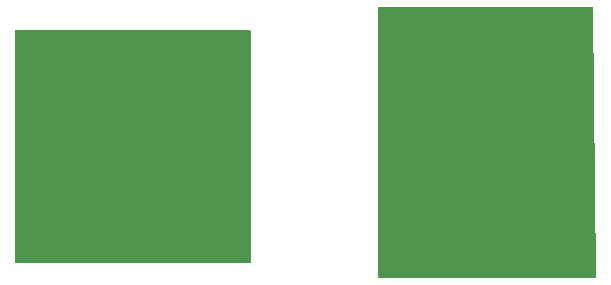
<source format=gbr>
%TF.GenerationSoftware,KiCad,Pcbnew,8.0.2-1*%
%TF.CreationDate,2024-05-22T23:24:36-04:00*%
%TF.ProjectId,humep1,68756d65-7031-42e6-9b69-6361645f7063,rev?*%
%TF.SameCoordinates,Original*%
%TF.FileFunction,Other,User*%
%FSLAX46Y46*%
G04 Gerber Fmt 4.6, Leading zero omitted, Abs format (unit mm)*
G04 Created by KiCad (PCBNEW 8.0.2-1) date 2024-05-22 23:24:36*
%MOMM*%
%LPD*%
G01*
G04 APERTURE LIST*
G04 APERTURE END LIST*
G36*
X57443039Y-55269685D02*
G01*
X57488794Y-55322489D01*
X57500000Y-55374000D01*
X57500000Y-74876000D01*
X57480315Y-74943039D01*
X57427511Y-74988794D01*
X57376000Y-75000000D01*
X37624000Y-75000000D01*
X37556961Y-74980315D01*
X37511206Y-74927511D01*
X37500000Y-74876000D01*
X37500000Y-55374000D01*
X37519685Y-55306961D01*
X37572489Y-55261206D01*
X37624000Y-55250000D01*
X57376000Y-55250000D01*
X57443039Y-55269685D01*
G37*
G36*
X86444379Y-53269685D02*
G01*
X86490134Y-53322489D01*
X86501333Y-53372652D01*
X86748638Y-76124652D01*
X86729683Y-76191902D01*
X86677379Y-76238228D01*
X86624645Y-76250000D01*
X68374000Y-76250000D01*
X68306961Y-76230315D01*
X68261206Y-76177511D01*
X68250000Y-76126000D01*
X68250000Y-53374000D01*
X68269685Y-53306961D01*
X68322489Y-53261206D01*
X68374000Y-53250000D01*
X86377340Y-53250000D01*
X86444379Y-53269685D01*
G37*
M02*

</source>
